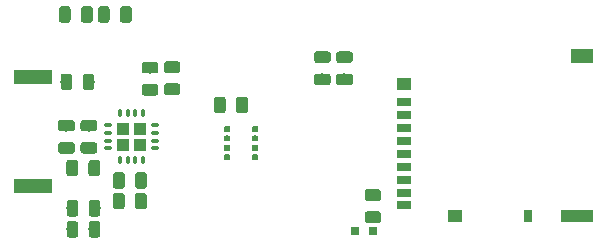
<source format=gbr>
G04 #@! TF.GenerationSoftware,KiCad,Pcbnew,(5.1.4)-1*
G04 #@! TF.CreationDate,2019-12-20T11:27:30-05:00*
G04 #@! TF.ProjectId,Feather-weather-station,46656174-6865-4722-9d77-656174686572,rev?*
G04 #@! TF.SameCoordinates,Original*
G04 #@! TF.FileFunction,Paste,Top*
G04 #@! TF.FilePolarity,Positive*
%FSLAX46Y46*%
G04 Gerber Fmt 4.6, Leading zero omitted, Abs format (unit mm)*
G04 Created by KiCad (PCBNEW (5.1.4)-1) date 2019-12-20 11:27:30*
%MOMM*%
%LPD*%
G04 APERTURE LIST*
%ADD10C,0.100000*%
%ADD11C,0.500000*%
%ADD12R,0.800000X0.800000*%
%ADD13R,1.200000X0.700000*%
%ADD14R,1.200000X1.000000*%
%ADD15R,0.800000X1.000000*%
%ADD16R,2.800000X1.000000*%
%ADD17R,1.900000X1.300000*%
%ADD18O,0.800000X0.350000*%
%ADD19O,0.350000X0.800000*%
%ADD20R,1.130000X1.130000*%
%ADD21C,0.975000*%
%ADD22R,3.200000X1.300000*%
G04 APERTURE END LIST*
D10*
G36*
X141189652Y-61644202D02*
G01*
X141201786Y-61646002D01*
X141213686Y-61648982D01*
X141225235Y-61653115D01*
X141236325Y-61658360D01*
X141246846Y-61664666D01*
X141256699Y-61671974D01*
X141265788Y-61680212D01*
X141274026Y-61689301D01*
X141281334Y-61699154D01*
X141287640Y-61709675D01*
X141292885Y-61720765D01*
X141297018Y-61732314D01*
X141299998Y-61744214D01*
X141301798Y-61756348D01*
X141302400Y-61768600D01*
X141302400Y-62018600D01*
X141301798Y-62030852D01*
X141299998Y-62042986D01*
X141297018Y-62054886D01*
X141292885Y-62066435D01*
X141287640Y-62077525D01*
X141281334Y-62088046D01*
X141274026Y-62097899D01*
X141265788Y-62106988D01*
X141256699Y-62115226D01*
X141246846Y-62122534D01*
X141236325Y-62128840D01*
X141225235Y-62134085D01*
X141213686Y-62138218D01*
X141201786Y-62141198D01*
X141189652Y-62142998D01*
X141177400Y-62143600D01*
X140902400Y-62143600D01*
X140890148Y-62142998D01*
X140878014Y-62141198D01*
X140866114Y-62138218D01*
X140854565Y-62134085D01*
X140843475Y-62128840D01*
X140832954Y-62122534D01*
X140823101Y-62115226D01*
X140814012Y-62106988D01*
X140805774Y-62097899D01*
X140798466Y-62088046D01*
X140792160Y-62077525D01*
X140786915Y-62066435D01*
X140782782Y-62054886D01*
X140779802Y-62042986D01*
X140778002Y-62030852D01*
X140777400Y-62018600D01*
X140777400Y-61768600D01*
X140778002Y-61756348D01*
X140779802Y-61744214D01*
X140782782Y-61732314D01*
X140786915Y-61720765D01*
X140792160Y-61709675D01*
X140798466Y-61699154D01*
X140805774Y-61689301D01*
X140814012Y-61680212D01*
X140823101Y-61671974D01*
X140832954Y-61664666D01*
X140843475Y-61658360D01*
X140854565Y-61653115D01*
X140866114Y-61648982D01*
X140878014Y-61646002D01*
X140890148Y-61644202D01*
X140902400Y-61643600D01*
X141177400Y-61643600D01*
X141189652Y-61644202D01*
X141189652Y-61644202D01*
G37*
D11*
X141039900Y-61893600D03*
D10*
G36*
X141189652Y-62444202D02*
G01*
X141201786Y-62446002D01*
X141213686Y-62448982D01*
X141225235Y-62453115D01*
X141236325Y-62458360D01*
X141246846Y-62464666D01*
X141256699Y-62471974D01*
X141265788Y-62480212D01*
X141274026Y-62489301D01*
X141281334Y-62499154D01*
X141287640Y-62509675D01*
X141292885Y-62520765D01*
X141297018Y-62532314D01*
X141299998Y-62544214D01*
X141301798Y-62556348D01*
X141302400Y-62568600D01*
X141302400Y-62818600D01*
X141301798Y-62830852D01*
X141299998Y-62842986D01*
X141297018Y-62854886D01*
X141292885Y-62866435D01*
X141287640Y-62877525D01*
X141281334Y-62888046D01*
X141274026Y-62897899D01*
X141265788Y-62906988D01*
X141256699Y-62915226D01*
X141246846Y-62922534D01*
X141236325Y-62928840D01*
X141225235Y-62934085D01*
X141213686Y-62938218D01*
X141201786Y-62941198D01*
X141189652Y-62942998D01*
X141177400Y-62943600D01*
X140902400Y-62943600D01*
X140890148Y-62942998D01*
X140878014Y-62941198D01*
X140866114Y-62938218D01*
X140854565Y-62934085D01*
X140843475Y-62928840D01*
X140832954Y-62922534D01*
X140823101Y-62915226D01*
X140814012Y-62906988D01*
X140805774Y-62897899D01*
X140798466Y-62888046D01*
X140792160Y-62877525D01*
X140786915Y-62866435D01*
X140782782Y-62854886D01*
X140779802Y-62842986D01*
X140778002Y-62830852D01*
X140777400Y-62818600D01*
X140777400Y-62568600D01*
X140778002Y-62556348D01*
X140779802Y-62544214D01*
X140782782Y-62532314D01*
X140786915Y-62520765D01*
X140792160Y-62509675D01*
X140798466Y-62499154D01*
X140805774Y-62489301D01*
X140814012Y-62480212D01*
X140823101Y-62471974D01*
X140832954Y-62464666D01*
X140843475Y-62458360D01*
X140854565Y-62453115D01*
X140866114Y-62448982D01*
X140878014Y-62446002D01*
X140890148Y-62444202D01*
X140902400Y-62443600D01*
X141177400Y-62443600D01*
X141189652Y-62444202D01*
X141189652Y-62444202D01*
G37*
D11*
X141039900Y-62693600D03*
D10*
G36*
X141189652Y-63244202D02*
G01*
X141201786Y-63246002D01*
X141213686Y-63248982D01*
X141225235Y-63253115D01*
X141236325Y-63258360D01*
X141246846Y-63264666D01*
X141256699Y-63271974D01*
X141265788Y-63280212D01*
X141274026Y-63289301D01*
X141281334Y-63299154D01*
X141287640Y-63309675D01*
X141292885Y-63320765D01*
X141297018Y-63332314D01*
X141299998Y-63344214D01*
X141301798Y-63356348D01*
X141302400Y-63368600D01*
X141302400Y-63618600D01*
X141301798Y-63630852D01*
X141299998Y-63642986D01*
X141297018Y-63654886D01*
X141292885Y-63666435D01*
X141287640Y-63677525D01*
X141281334Y-63688046D01*
X141274026Y-63697899D01*
X141265788Y-63706988D01*
X141256699Y-63715226D01*
X141246846Y-63722534D01*
X141236325Y-63728840D01*
X141225235Y-63734085D01*
X141213686Y-63738218D01*
X141201786Y-63741198D01*
X141189652Y-63742998D01*
X141177400Y-63743600D01*
X140902400Y-63743600D01*
X140890148Y-63742998D01*
X140878014Y-63741198D01*
X140866114Y-63738218D01*
X140854565Y-63734085D01*
X140843475Y-63728840D01*
X140832954Y-63722534D01*
X140823101Y-63715226D01*
X140814012Y-63706988D01*
X140805774Y-63697899D01*
X140798466Y-63688046D01*
X140792160Y-63677525D01*
X140786915Y-63666435D01*
X140782782Y-63654886D01*
X140779802Y-63642986D01*
X140778002Y-63630852D01*
X140777400Y-63618600D01*
X140777400Y-63368600D01*
X140778002Y-63356348D01*
X140779802Y-63344214D01*
X140782782Y-63332314D01*
X140786915Y-63320765D01*
X140792160Y-63309675D01*
X140798466Y-63299154D01*
X140805774Y-63289301D01*
X140814012Y-63280212D01*
X140823101Y-63271974D01*
X140832954Y-63264666D01*
X140843475Y-63258360D01*
X140854565Y-63253115D01*
X140866114Y-63248982D01*
X140878014Y-63246002D01*
X140890148Y-63244202D01*
X140902400Y-63243600D01*
X141177400Y-63243600D01*
X141189652Y-63244202D01*
X141189652Y-63244202D01*
G37*
D11*
X141039900Y-63493600D03*
D10*
G36*
X141189652Y-64044202D02*
G01*
X141201786Y-64046002D01*
X141213686Y-64048982D01*
X141225235Y-64053115D01*
X141236325Y-64058360D01*
X141246846Y-64064666D01*
X141256699Y-64071974D01*
X141265788Y-64080212D01*
X141274026Y-64089301D01*
X141281334Y-64099154D01*
X141287640Y-64109675D01*
X141292885Y-64120765D01*
X141297018Y-64132314D01*
X141299998Y-64144214D01*
X141301798Y-64156348D01*
X141302400Y-64168600D01*
X141302400Y-64418600D01*
X141301798Y-64430852D01*
X141299998Y-64442986D01*
X141297018Y-64454886D01*
X141292885Y-64466435D01*
X141287640Y-64477525D01*
X141281334Y-64488046D01*
X141274026Y-64497899D01*
X141265788Y-64506988D01*
X141256699Y-64515226D01*
X141246846Y-64522534D01*
X141236325Y-64528840D01*
X141225235Y-64534085D01*
X141213686Y-64538218D01*
X141201786Y-64541198D01*
X141189652Y-64542998D01*
X141177400Y-64543600D01*
X140902400Y-64543600D01*
X140890148Y-64542998D01*
X140878014Y-64541198D01*
X140866114Y-64538218D01*
X140854565Y-64534085D01*
X140843475Y-64528840D01*
X140832954Y-64522534D01*
X140823101Y-64515226D01*
X140814012Y-64506988D01*
X140805774Y-64497899D01*
X140798466Y-64488046D01*
X140792160Y-64477525D01*
X140786915Y-64466435D01*
X140782782Y-64454886D01*
X140779802Y-64442986D01*
X140778002Y-64430852D01*
X140777400Y-64418600D01*
X140777400Y-64168600D01*
X140778002Y-64156348D01*
X140779802Y-64144214D01*
X140782782Y-64132314D01*
X140786915Y-64120765D01*
X140792160Y-64109675D01*
X140798466Y-64099154D01*
X140805774Y-64089301D01*
X140814012Y-64080212D01*
X140823101Y-64071974D01*
X140832954Y-64064666D01*
X140843475Y-64058360D01*
X140854565Y-64053115D01*
X140866114Y-64048982D01*
X140878014Y-64046002D01*
X140890148Y-64044202D01*
X140902400Y-64043600D01*
X141177400Y-64043600D01*
X141189652Y-64044202D01*
X141189652Y-64044202D01*
G37*
D11*
X141039900Y-64293600D03*
D10*
G36*
X138814652Y-64044202D02*
G01*
X138826786Y-64046002D01*
X138838686Y-64048982D01*
X138850235Y-64053115D01*
X138861325Y-64058360D01*
X138871846Y-64064666D01*
X138881699Y-64071974D01*
X138890788Y-64080212D01*
X138899026Y-64089301D01*
X138906334Y-64099154D01*
X138912640Y-64109675D01*
X138917885Y-64120765D01*
X138922018Y-64132314D01*
X138924998Y-64144214D01*
X138926798Y-64156348D01*
X138927400Y-64168600D01*
X138927400Y-64418600D01*
X138926798Y-64430852D01*
X138924998Y-64442986D01*
X138922018Y-64454886D01*
X138917885Y-64466435D01*
X138912640Y-64477525D01*
X138906334Y-64488046D01*
X138899026Y-64497899D01*
X138890788Y-64506988D01*
X138881699Y-64515226D01*
X138871846Y-64522534D01*
X138861325Y-64528840D01*
X138850235Y-64534085D01*
X138838686Y-64538218D01*
X138826786Y-64541198D01*
X138814652Y-64542998D01*
X138802400Y-64543600D01*
X138527400Y-64543600D01*
X138515148Y-64542998D01*
X138503014Y-64541198D01*
X138491114Y-64538218D01*
X138479565Y-64534085D01*
X138468475Y-64528840D01*
X138457954Y-64522534D01*
X138448101Y-64515226D01*
X138439012Y-64506988D01*
X138430774Y-64497899D01*
X138423466Y-64488046D01*
X138417160Y-64477525D01*
X138411915Y-64466435D01*
X138407782Y-64454886D01*
X138404802Y-64442986D01*
X138403002Y-64430852D01*
X138402400Y-64418600D01*
X138402400Y-64168600D01*
X138403002Y-64156348D01*
X138404802Y-64144214D01*
X138407782Y-64132314D01*
X138411915Y-64120765D01*
X138417160Y-64109675D01*
X138423466Y-64099154D01*
X138430774Y-64089301D01*
X138439012Y-64080212D01*
X138448101Y-64071974D01*
X138457954Y-64064666D01*
X138468475Y-64058360D01*
X138479565Y-64053115D01*
X138491114Y-64048982D01*
X138503014Y-64046002D01*
X138515148Y-64044202D01*
X138527400Y-64043600D01*
X138802400Y-64043600D01*
X138814652Y-64044202D01*
X138814652Y-64044202D01*
G37*
D11*
X138664900Y-64293600D03*
D10*
G36*
X138814652Y-63244202D02*
G01*
X138826786Y-63246002D01*
X138838686Y-63248982D01*
X138850235Y-63253115D01*
X138861325Y-63258360D01*
X138871846Y-63264666D01*
X138881699Y-63271974D01*
X138890788Y-63280212D01*
X138899026Y-63289301D01*
X138906334Y-63299154D01*
X138912640Y-63309675D01*
X138917885Y-63320765D01*
X138922018Y-63332314D01*
X138924998Y-63344214D01*
X138926798Y-63356348D01*
X138927400Y-63368600D01*
X138927400Y-63618600D01*
X138926798Y-63630852D01*
X138924998Y-63642986D01*
X138922018Y-63654886D01*
X138917885Y-63666435D01*
X138912640Y-63677525D01*
X138906334Y-63688046D01*
X138899026Y-63697899D01*
X138890788Y-63706988D01*
X138881699Y-63715226D01*
X138871846Y-63722534D01*
X138861325Y-63728840D01*
X138850235Y-63734085D01*
X138838686Y-63738218D01*
X138826786Y-63741198D01*
X138814652Y-63742998D01*
X138802400Y-63743600D01*
X138527400Y-63743600D01*
X138515148Y-63742998D01*
X138503014Y-63741198D01*
X138491114Y-63738218D01*
X138479565Y-63734085D01*
X138468475Y-63728840D01*
X138457954Y-63722534D01*
X138448101Y-63715226D01*
X138439012Y-63706988D01*
X138430774Y-63697899D01*
X138423466Y-63688046D01*
X138417160Y-63677525D01*
X138411915Y-63666435D01*
X138407782Y-63654886D01*
X138404802Y-63642986D01*
X138403002Y-63630852D01*
X138402400Y-63618600D01*
X138402400Y-63368600D01*
X138403002Y-63356348D01*
X138404802Y-63344214D01*
X138407782Y-63332314D01*
X138411915Y-63320765D01*
X138417160Y-63309675D01*
X138423466Y-63299154D01*
X138430774Y-63289301D01*
X138439012Y-63280212D01*
X138448101Y-63271974D01*
X138457954Y-63264666D01*
X138468475Y-63258360D01*
X138479565Y-63253115D01*
X138491114Y-63248982D01*
X138503014Y-63246002D01*
X138515148Y-63244202D01*
X138527400Y-63243600D01*
X138802400Y-63243600D01*
X138814652Y-63244202D01*
X138814652Y-63244202D01*
G37*
D11*
X138664900Y-63493600D03*
D10*
G36*
X138814652Y-62444202D02*
G01*
X138826786Y-62446002D01*
X138838686Y-62448982D01*
X138850235Y-62453115D01*
X138861325Y-62458360D01*
X138871846Y-62464666D01*
X138881699Y-62471974D01*
X138890788Y-62480212D01*
X138899026Y-62489301D01*
X138906334Y-62499154D01*
X138912640Y-62509675D01*
X138917885Y-62520765D01*
X138922018Y-62532314D01*
X138924998Y-62544214D01*
X138926798Y-62556348D01*
X138927400Y-62568600D01*
X138927400Y-62818600D01*
X138926798Y-62830852D01*
X138924998Y-62842986D01*
X138922018Y-62854886D01*
X138917885Y-62866435D01*
X138912640Y-62877525D01*
X138906334Y-62888046D01*
X138899026Y-62897899D01*
X138890788Y-62906988D01*
X138881699Y-62915226D01*
X138871846Y-62922534D01*
X138861325Y-62928840D01*
X138850235Y-62934085D01*
X138838686Y-62938218D01*
X138826786Y-62941198D01*
X138814652Y-62942998D01*
X138802400Y-62943600D01*
X138527400Y-62943600D01*
X138515148Y-62942998D01*
X138503014Y-62941198D01*
X138491114Y-62938218D01*
X138479565Y-62934085D01*
X138468475Y-62928840D01*
X138457954Y-62922534D01*
X138448101Y-62915226D01*
X138439012Y-62906988D01*
X138430774Y-62897899D01*
X138423466Y-62888046D01*
X138417160Y-62877525D01*
X138411915Y-62866435D01*
X138407782Y-62854886D01*
X138404802Y-62842986D01*
X138403002Y-62830852D01*
X138402400Y-62818600D01*
X138402400Y-62568600D01*
X138403002Y-62556348D01*
X138404802Y-62544214D01*
X138407782Y-62532314D01*
X138411915Y-62520765D01*
X138417160Y-62509675D01*
X138423466Y-62499154D01*
X138430774Y-62489301D01*
X138439012Y-62480212D01*
X138448101Y-62471974D01*
X138457954Y-62464666D01*
X138468475Y-62458360D01*
X138479565Y-62453115D01*
X138491114Y-62448982D01*
X138503014Y-62446002D01*
X138515148Y-62444202D01*
X138527400Y-62443600D01*
X138802400Y-62443600D01*
X138814652Y-62444202D01*
X138814652Y-62444202D01*
G37*
D11*
X138664900Y-62693600D03*
D10*
G36*
X138814652Y-61644202D02*
G01*
X138826786Y-61646002D01*
X138838686Y-61648982D01*
X138850235Y-61653115D01*
X138861325Y-61658360D01*
X138871846Y-61664666D01*
X138881699Y-61671974D01*
X138890788Y-61680212D01*
X138899026Y-61689301D01*
X138906334Y-61699154D01*
X138912640Y-61709675D01*
X138917885Y-61720765D01*
X138922018Y-61732314D01*
X138924998Y-61744214D01*
X138926798Y-61756348D01*
X138927400Y-61768600D01*
X138927400Y-62018600D01*
X138926798Y-62030852D01*
X138924998Y-62042986D01*
X138922018Y-62054886D01*
X138917885Y-62066435D01*
X138912640Y-62077525D01*
X138906334Y-62088046D01*
X138899026Y-62097899D01*
X138890788Y-62106988D01*
X138881699Y-62115226D01*
X138871846Y-62122534D01*
X138861325Y-62128840D01*
X138850235Y-62134085D01*
X138838686Y-62138218D01*
X138826786Y-62141198D01*
X138814652Y-62142998D01*
X138802400Y-62143600D01*
X138527400Y-62143600D01*
X138515148Y-62142998D01*
X138503014Y-62141198D01*
X138491114Y-62138218D01*
X138479565Y-62134085D01*
X138468475Y-62128840D01*
X138457954Y-62122534D01*
X138448101Y-62115226D01*
X138439012Y-62106988D01*
X138430774Y-62097899D01*
X138423466Y-62088046D01*
X138417160Y-62077525D01*
X138411915Y-62066435D01*
X138407782Y-62054886D01*
X138404802Y-62042986D01*
X138403002Y-62030852D01*
X138402400Y-62018600D01*
X138402400Y-61768600D01*
X138403002Y-61756348D01*
X138404802Y-61744214D01*
X138407782Y-61732314D01*
X138411915Y-61720765D01*
X138417160Y-61709675D01*
X138423466Y-61699154D01*
X138430774Y-61689301D01*
X138439012Y-61680212D01*
X138448101Y-61671974D01*
X138457954Y-61664666D01*
X138468475Y-61658360D01*
X138479565Y-61653115D01*
X138491114Y-61648982D01*
X138503014Y-61646002D01*
X138515148Y-61644202D01*
X138527400Y-61643600D01*
X138802400Y-61643600D01*
X138814652Y-61644202D01*
X138814652Y-61644202D01*
G37*
D11*
X138664900Y-61893600D03*
D12*
X149503700Y-70548500D03*
X151003700Y-70548500D03*
D13*
X153641200Y-68295500D03*
X153641200Y-67345500D03*
X153641200Y-59645500D03*
X153641200Y-60745500D03*
X153641200Y-61845500D03*
X153641200Y-62945500D03*
X153641200Y-64045500D03*
X153641200Y-65145500D03*
X153641200Y-66245500D03*
D14*
X153641200Y-58095500D03*
X157941200Y-69245500D03*
D15*
X164141200Y-69245500D03*
D16*
X168291200Y-69245500D03*
D17*
X168741200Y-55745500D03*
D18*
X128568700Y-61572500D03*
X128568700Y-62222500D03*
X128568700Y-62872500D03*
X128568700Y-63522500D03*
D19*
X129593700Y-64547500D03*
X130243700Y-64547500D03*
X130893700Y-64547500D03*
X131543700Y-64547500D03*
D18*
X132568700Y-63522500D03*
X132568700Y-62872500D03*
X132568700Y-62222500D03*
X132568700Y-61572500D03*
D19*
X131543700Y-60547500D03*
X130893700Y-60547500D03*
X130243700Y-60547500D03*
X129593700Y-60547500D03*
D20*
X131268700Y-63247500D03*
X131268700Y-61847500D03*
X129868700Y-61847500D03*
X129868700Y-63247500D03*
D10*
G36*
X127429342Y-61123674D02*
G01*
X127453003Y-61127184D01*
X127476207Y-61132996D01*
X127498729Y-61141054D01*
X127520353Y-61151282D01*
X127540870Y-61163579D01*
X127560083Y-61177829D01*
X127577807Y-61193893D01*
X127593871Y-61211617D01*
X127608121Y-61230830D01*
X127620418Y-61251347D01*
X127630646Y-61272971D01*
X127638704Y-61295493D01*
X127644516Y-61318697D01*
X127648026Y-61342358D01*
X127649200Y-61366250D01*
X127649200Y-61853750D01*
X127648026Y-61877642D01*
X127644516Y-61901303D01*
X127638704Y-61924507D01*
X127630646Y-61947029D01*
X127620418Y-61968653D01*
X127608121Y-61989170D01*
X127593871Y-62008383D01*
X127577807Y-62026107D01*
X127560083Y-62042171D01*
X127540870Y-62056421D01*
X127520353Y-62068718D01*
X127498729Y-62078946D01*
X127476207Y-62087004D01*
X127453003Y-62092816D01*
X127429342Y-62096326D01*
X127405450Y-62097500D01*
X126492950Y-62097500D01*
X126469058Y-62096326D01*
X126445397Y-62092816D01*
X126422193Y-62087004D01*
X126399671Y-62078946D01*
X126378047Y-62068718D01*
X126357530Y-62056421D01*
X126338317Y-62042171D01*
X126320593Y-62026107D01*
X126304529Y-62008383D01*
X126290279Y-61989170D01*
X126277982Y-61968653D01*
X126267754Y-61947029D01*
X126259696Y-61924507D01*
X126253884Y-61901303D01*
X126250374Y-61877642D01*
X126249200Y-61853750D01*
X126249200Y-61366250D01*
X126250374Y-61342358D01*
X126253884Y-61318697D01*
X126259696Y-61295493D01*
X126267754Y-61272971D01*
X126277982Y-61251347D01*
X126290279Y-61230830D01*
X126304529Y-61211617D01*
X126320593Y-61193893D01*
X126338317Y-61177829D01*
X126357530Y-61163579D01*
X126378047Y-61151282D01*
X126399671Y-61141054D01*
X126422193Y-61132996D01*
X126445397Y-61127184D01*
X126469058Y-61123674D01*
X126492950Y-61122500D01*
X127405450Y-61122500D01*
X127429342Y-61123674D01*
X127429342Y-61123674D01*
G37*
D21*
X126949200Y-61610000D03*
D10*
G36*
X127429342Y-62998674D02*
G01*
X127453003Y-63002184D01*
X127476207Y-63007996D01*
X127498729Y-63016054D01*
X127520353Y-63026282D01*
X127540870Y-63038579D01*
X127560083Y-63052829D01*
X127577807Y-63068893D01*
X127593871Y-63086617D01*
X127608121Y-63105830D01*
X127620418Y-63126347D01*
X127630646Y-63147971D01*
X127638704Y-63170493D01*
X127644516Y-63193697D01*
X127648026Y-63217358D01*
X127649200Y-63241250D01*
X127649200Y-63728750D01*
X127648026Y-63752642D01*
X127644516Y-63776303D01*
X127638704Y-63799507D01*
X127630646Y-63822029D01*
X127620418Y-63843653D01*
X127608121Y-63864170D01*
X127593871Y-63883383D01*
X127577807Y-63901107D01*
X127560083Y-63917171D01*
X127540870Y-63931421D01*
X127520353Y-63943718D01*
X127498729Y-63953946D01*
X127476207Y-63962004D01*
X127453003Y-63967816D01*
X127429342Y-63971326D01*
X127405450Y-63972500D01*
X126492950Y-63972500D01*
X126469058Y-63971326D01*
X126445397Y-63967816D01*
X126422193Y-63962004D01*
X126399671Y-63953946D01*
X126378047Y-63943718D01*
X126357530Y-63931421D01*
X126338317Y-63917171D01*
X126320593Y-63901107D01*
X126304529Y-63883383D01*
X126290279Y-63864170D01*
X126277982Y-63843653D01*
X126267754Y-63822029D01*
X126259696Y-63799507D01*
X126253884Y-63776303D01*
X126250374Y-63752642D01*
X126249200Y-63728750D01*
X126249200Y-63241250D01*
X126250374Y-63217358D01*
X126253884Y-63193697D01*
X126259696Y-63170493D01*
X126267754Y-63147971D01*
X126277982Y-63126347D01*
X126290279Y-63105830D01*
X126304529Y-63086617D01*
X126320593Y-63068893D01*
X126338317Y-63052829D01*
X126357530Y-63038579D01*
X126378047Y-63026282D01*
X126399671Y-63016054D01*
X126422193Y-63007996D01*
X126445397Y-63002184D01*
X126469058Y-62998674D01*
X126492950Y-62997500D01*
X127405450Y-62997500D01*
X127429342Y-62998674D01*
X127429342Y-62998674D01*
G37*
D21*
X126949200Y-63485000D03*
D10*
G36*
X129771842Y-65557074D02*
G01*
X129795503Y-65560584D01*
X129818707Y-65566396D01*
X129841229Y-65574454D01*
X129862853Y-65584682D01*
X129883370Y-65596979D01*
X129902583Y-65611229D01*
X129920307Y-65627293D01*
X129936371Y-65645017D01*
X129950621Y-65664230D01*
X129962918Y-65684747D01*
X129973146Y-65706371D01*
X129981204Y-65728893D01*
X129987016Y-65752097D01*
X129990526Y-65775758D01*
X129991700Y-65799650D01*
X129991700Y-66712150D01*
X129990526Y-66736042D01*
X129987016Y-66759703D01*
X129981204Y-66782907D01*
X129973146Y-66805429D01*
X129962918Y-66827053D01*
X129950621Y-66847570D01*
X129936371Y-66866783D01*
X129920307Y-66884507D01*
X129902583Y-66900571D01*
X129883370Y-66914821D01*
X129862853Y-66927118D01*
X129841229Y-66937346D01*
X129818707Y-66945404D01*
X129795503Y-66951216D01*
X129771842Y-66954726D01*
X129747950Y-66955900D01*
X129260450Y-66955900D01*
X129236558Y-66954726D01*
X129212897Y-66951216D01*
X129189693Y-66945404D01*
X129167171Y-66937346D01*
X129145547Y-66927118D01*
X129125030Y-66914821D01*
X129105817Y-66900571D01*
X129088093Y-66884507D01*
X129072029Y-66866783D01*
X129057779Y-66847570D01*
X129045482Y-66827053D01*
X129035254Y-66805429D01*
X129027196Y-66782907D01*
X129021384Y-66759703D01*
X129017874Y-66736042D01*
X129016700Y-66712150D01*
X129016700Y-65799650D01*
X129017874Y-65775758D01*
X129021384Y-65752097D01*
X129027196Y-65728893D01*
X129035254Y-65706371D01*
X129045482Y-65684747D01*
X129057779Y-65664230D01*
X129072029Y-65645017D01*
X129088093Y-65627293D01*
X129105817Y-65611229D01*
X129125030Y-65596979D01*
X129145547Y-65584682D01*
X129167171Y-65574454D01*
X129189693Y-65566396D01*
X129212897Y-65560584D01*
X129236558Y-65557074D01*
X129260450Y-65555900D01*
X129747950Y-65555900D01*
X129771842Y-65557074D01*
X129771842Y-65557074D01*
G37*
D21*
X129504200Y-66255900D03*
D10*
G36*
X131646842Y-65557074D02*
G01*
X131670503Y-65560584D01*
X131693707Y-65566396D01*
X131716229Y-65574454D01*
X131737853Y-65584682D01*
X131758370Y-65596979D01*
X131777583Y-65611229D01*
X131795307Y-65627293D01*
X131811371Y-65645017D01*
X131825621Y-65664230D01*
X131837918Y-65684747D01*
X131848146Y-65706371D01*
X131856204Y-65728893D01*
X131862016Y-65752097D01*
X131865526Y-65775758D01*
X131866700Y-65799650D01*
X131866700Y-66712150D01*
X131865526Y-66736042D01*
X131862016Y-66759703D01*
X131856204Y-66782907D01*
X131848146Y-66805429D01*
X131837918Y-66827053D01*
X131825621Y-66847570D01*
X131811371Y-66866783D01*
X131795307Y-66884507D01*
X131777583Y-66900571D01*
X131758370Y-66914821D01*
X131737853Y-66927118D01*
X131716229Y-66937346D01*
X131693707Y-66945404D01*
X131670503Y-66951216D01*
X131646842Y-66954726D01*
X131622950Y-66955900D01*
X131135450Y-66955900D01*
X131111558Y-66954726D01*
X131087897Y-66951216D01*
X131064693Y-66945404D01*
X131042171Y-66937346D01*
X131020547Y-66927118D01*
X131000030Y-66914821D01*
X130980817Y-66900571D01*
X130963093Y-66884507D01*
X130947029Y-66866783D01*
X130932779Y-66847570D01*
X130920482Y-66827053D01*
X130910254Y-66805429D01*
X130902196Y-66782907D01*
X130896384Y-66759703D01*
X130892874Y-66736042D01*
X130891700Y-66712150D01*
X130891700Y-65799650D01*
X130892874Y-65775758D01*
X130896384Y-65752097D01*
X130902196Y-65728893D01*
X130910254Y-65706371D01*
X130920482Y-65684747D01*
X130932779Y-65664230D01*
X130947029Y-65645017D01*
X130963093Y-65627293D01*
X130980817Y-65611229D01*
X131000030Y-65596979D01*
X131020547Y-65584682D01*
X131042171Y-65574454D01*
X131064693Y-65566396D01*
X131087897Y-65560584D01*
X131111558Y-65557074D01*
X131135450Y-65555900D01*
X131622950Y-65555900D01*
X131646842Y-65557074D01*
X131646842Y-65557074D01*
G37*
D21*
X131379200Y-66255900D03*
D10*
G36*
X140193942Y-59143574D02*
G01*
X140217603Y-59147084D01*
X140240807Y-59152896D01*
X140263329Y-59160954D01*
X140284953Y-59171182D01*
X140305470Y-59183479D01*
X140324683Y-59197729D01*
X140342407Y-59213793D01*
X140358471Y-59231517D01*
X140372721Y-59250730D01*
X140385018Y-59271247D01*
X140395246Y-59292871D01*
X140403304Y-59315393D01*
X140409116Y-59338597D01*
X140412626Y-59362258D01*
X140413800Y-59386150D01*
X140413800Y-60298650D01*
X140412626Y-60322542D01*
X140409116Y-60346203D01*
X140403304Y-60369407D01*
X140395246Y-60391929D01*
X140385018Y-60413553D01*
X140372721Y-60434070D01*
X140358471Y-60453283D01*
X140342407Y-60471007D01*
X140324683Y-60487071D01*
X140305470Y-60501321D01*
X140284953Y-60513618D01*
X140263329Y-60523846D01*
X140240807Y-60531904D01*
X140217603Y-60537716D01*
X140193942Y-60541226D01*
X140170050Y-60542400D01*
X139682550Y-60542400D01*
X139658658Y-60541226D01*
X139634997Y-60537716D01*
X139611793Y-60531904D01*
X139589271Y-60523846D01*
X139567647Y-60513618D01*
X139547130Y-60501321D01*
X139527917Y-60487071D01*
X139510193Y-60471007D01*
X139494129Y-60453283D01*
X139479879Y-60434070D01*
X139467582Y-60413553D01*
X139457354Y-60391929D01*
X139449296Y-60369407D01*
X139443484Y-60346203D01*
X139439974Y-60322542D01*
X139438800Y-60298650D01*
X139438800Y-59386150D01*
X139439974Y-59362258D01*
X139443484Y-59338597D01*
X139449296Y-59315393D01*
X139457354Y-59292871D01*
X139467582Y-59271247D01*
X139479879Y-59250730D01*
X139494129Y-59231517D01*
X139510193Y-59213793D01*
X139527917Y-59197729D01*
X139547130Y-59183479D01*
X139567647Y-59171182D01*
X139589271Y-59160954D01*
X139611793Y-59152896D01*
X139634997Y-59147084D01*
X139658658Y-59143574D01*
X139682550Y-59142400D01*
X140170050Y-59142400D01*
X140193942Y-59143574D01*
X140193942Y-59143574D01*
G37*
D21*
X139926300Y-59842400D03*
D10*
G36*
X138318942Y-59143574D02*
G01*
X138342603Y-59147084D01*
X138365807Y-59152896D01*
X138388329Y-59160954D01*
X138409953Y-59171182D01*
X138430470Y-59183479D01*
X138449683Y-59197729D01*
X138467407Y-59213793D01*
X138483471Y-59231517D01*
X138497721Y-59250730D01*
X138510018Y-59271247D01*
X138520246Y-59292871D01*
X138528304Y-59315393D01*
X138534116Y-59338597D01*
X138537626Y-59362258D01*
X138538800Y-59386150D01*
X138538800Y-60298650D01*
X138537626Y-60322542D01*
X138534116Y-60346203D01*
X138528304Y-60369407D01*
X138520246Y-60391929D01*
X138510018Y-60413553D01*
X138497721Y-60434070D01*
X138483471Y-60453283D01*
X138467407Y-60471007D01*
X138449683Y-60487071D01*
X138430470Y-60501321D01*
X138409953Y-60513618D01*
X138388329Y-60523846D01*
X138365807Y-60531904D01*
X138342603Y-60537716D01*
X138318942Y-60541226D01*
X138295050Y-60542400D01*
X137807550Y-60542400D01*
X137783658Y-60541226D01*
X137759997Y-60537716D01*
X137736793Y-60531904D01*
X137714271Y-60523846D01*
X137692647Y-60513618D01*
X137672130Y-60501321D01*
X137652917Y-60487071D01*
X137635193Y-60471007D01*
X137619129Y-60453283D01*
X137604879Y-60434070D01*
X137592582Y-60413553D01*
X137582354Y-60391929D01*
X137574296Y-60369407D01*
X137568484Y-60346203D01*
X137564974Y-60322542D01*
X137563800Y-60298650D01*
X137563800Y-59386150D01*
X137564974Y-59362258D01*
X137568484Y-59338597D01*
X137574296Y-59315393D01*
X137582354Y-59292871D01*
X137592582Y-59271247D01*
X137604879Y-59250730D01*
X137619129Y-59231517D01*
X137635193Y-59213793D01*
X137652917Y-59197729D01*
X137672130Y-59183479D01*
X137692647Y-59171182D01*
X137714271Y-59160954D01*
X137736793Y-59152896D01*
X137759997Y-59147084D01*
X137783658Y-59143574D01*
X137807550Y-59142400D01*
X138295050Y-59142400D01*
X138318942Y-59143574D01*
X138318942Y-59143574D01*
G37*
D21*
X138051300Y-59842400D03*
D10*
G36*
X128489142Y-51498174D02*
G01*
X128512803Y-51501684D01*
X128536007Y-51507496D01*
X128558529Y-51515554D01*
X128580153Y-51525782D01*
X128600670Y-51538079D01*
X128619883Y-51552329D01*
X128637607Y-51568393D01*
X128653671Y-51586117D01*
X128667921Y-51605330D01*
X128680218Y-51625847D01*
X128690446Y-51647471D01*
X128698504Y-51669993D01*
X128704316Y-51693197D01*
X128707826Y-51716858D01*
X128709000Y-51740750D01*
X128709000Y-52653250D01*
X128707826Y-52677142D01*
X128704316Y-52700803D01*
X128698504Y-52724007D01*
X128690446Y-52746529D01*
X128680218Y-52768153D01*
X128667921Y-52788670D01*
X128653671Y-52807883D01*
X128637607Y-52825607D01*
X128619883Y-52841671D01*
X128600670Y-52855921D01*
X128580153Y-52868218D01*
X128558529Y-52878446D01*
X128536007Y-52886504D01*
X128512803Y-52892316D01*
X128489142Y-52895826D01*
X128465250Y-52897000D01*
X127977750Y-52897000D01*
X127953858Y-52895826D01*
X127930197Y-52892316D01*
X127906993Y-52886504D01*
X127884471Y-52878446D01*
X127862847Y-52868218D01*
X127842330Y-52855921D01*
X127823117Y-52841671D01*
X127805393Y-52825607D01*
X127789329Y-52807883D01*
X127775079Y-52788670D01*
X127762782Y-52768153D01*
X127752554Y-52746529D01*
X127744496Y-52724007D01*
X127738684Y-52700803D01*
X127735174Y-52677142D01*
X127734000Y-52653250D01*
X127734000Y-51740750D01*
X127735174Y-51716858D01*
X127738684Y-51693197D01*
X127744496Y-51669993D01*
X127752554Y-51647471D01*
X127762782Y-51625847D01*
X127775079Y-51605330D01*
X127789329Y-51586117D01*
X127805393Y-51568393D01*
X127823117Y-51552329D01*
X127842330Y-51538079D01*
X127862847Y-51525782D01*
X127884471Y-51515554D01*
X127906993Y-51507496D01*
X127930197Y-51501684D01*
X127953858Y-51498174D01*
X127977750Y-51497000D01*
X128465250Y-51497000D01*
X128489142Y-51498174D01*
X128489142Y-51498174D01*
G37*
D21*
X128221500Y-52197000D03*
D10*
G36*
X130364142Y-51498174D02*
G01*
X130387803Y-51501684D01*
X130411007Y-51507496D01*
X130433529Y-51515554D01*
X130455153Y-51525782D01*
X130475670Y-51538079D01*
X130494883Y-51552329D01*
X130512607Y-51568393D01*
X130528671Y-51586117D01*
X130542921Y-51605330D01*
X130555218Y-51625847D01*
X130565446Y-51647471D01*
X130573504Y-51669993D01*
X130579316Y-51693197D01*
X130582826Y-51716858D01*
X130584000Y-51740750D01*
X130584000Y-52653250D01*
X130582826Y-52677142D01*
X130579316Y-52700803D01*
X130573504Y-52724007D01*
X130565446Y-52746529D01*
X130555218Y-52768153D01*
X130542921Y-52788670D01*
X130528671Y-52807883D01*
X130512607Y-52825607D01*
X130494883Y-52841671D01*
X130475670Y-52855921D01*
X130455153Y-52868218D01*
X130433529Y-52878446D01*
X130411007Y-52886504D01*
X130387803Y-52892316D01*
X130364142Y-52895826D01*
X130340250Y-52897000D01*
X129852750Y-52897000D01*
X129828858Y-52895826D01*
X129805197Y-52892316D01*
X129781993Y-52886504D01*
X129759471Y-52878446D01*
X129737847Y-52868218D01*
X129717330Y-52855921D01*
X129698117Y-52841671D01*
X129680393Y-52825607D01*
X129664329Y-52807883D01*
X129650079Y-52788670D01*
X129637782Y-52768153D01*
X129627554Y-52746529D01*
X129619496Y-52724007D01*
X129613684Y-52700803D01*
X129610174Y-52677142D01*
X129609000Y-52653250D01*
X129609000Y-51740750D01*
X129610174Y-51716858D01*
X129613684Y-51693197D01*
X129619496Y-51669993D01*
X129627554Y-51647471D01*
X129637782Y-51625847D01*
X129650079Y-51605330D01*
X129664329Y-51586117D01*
X129680393Y-51568393D01*
X129698117Y-51552329D01*
X129717330Y-51538079D01*
X129737847Y-51525782D01*
X129759471Y-51515554D01*
X129781993Y-51507496D01*
X129805197Y-51501684D01*
X129828858Y-51498174D01*
X129852750Y-51497000D01*
X130340250Y-51497000D01*
X130364142Y-51498174D01*
X130364142Y-51498174D01*
G37*
D21*
X130096500Y-52197000D03*
D10*
G36*
X127062142Y-51498174D02*
G01*
X127085803Y-51501684D01*
X127109007Y-51507496D01*
X127131529Y-51515554D01*
X127153153Y-51525782D01*
X127173670Y-51538079D01*
X127192883Y-51552329D01*
X127210607Y-51568393D01*
X127226671Y-51586117D01*
X127240921Y-51605330D01*
X127253218Y-51625847D01*
X127263446Y-51647471D01*
X127271504Y-51669993D01*
X127277316Y-51693197D01*
X127280826Y-51716858D01*
X127282000Y-51740750D01*
X127282000Y-52653250D01*
X127280826Y-52677142D01*
X127277316Y-52700803D01*
X127271504Y-52724007D01*
X127263446Y-52746529D01*
X127253218Y-52768153D01*
X127240921Y-52788670D01*
X127226671Y-52807883D01*
X127210607Y-52825607D01*
X127192883Y-52841671D01*
X127173670Y-52855921D01*
X127153153Y-52868218D01*
X127131529Y-52878446D01*
X127109007Y-52886504D01*
X127085803Y-52892316D01*
X127062142Y-52895826D01*
X127038250Y-52897000D01*
X126550750Y-52897000D01*
X126526858Y-52895826D01*
X126503197Y-52892316D01*
X126479993Y-52886504D01*
X126457471Y-52878446D01*
X126435847Y-52868218D01*
X126415330Y-52855921D01*
X126396117Y-52841671D01*
X126378393Y-52825607D01*
X126362329Y-52807883D01*
X126348079Y-52788670D01*
X126335782Y-52768153D01*
X126325554Y-52746529D01*
X126317496Y-52724007D01*
X126311684Y-52700803D01*
X126308174Y-52677142D01*
X126307000Y-52653250D01*
X126307000Y-51740750D01*
X126308174Y-51716858D01*
X126311684Y-51693197D01*
X126317496Y-51669993D01*
X126325554Y-51647471D01*
X126335782Y-51625847D01*
X126348079Y-51605330D01*
X126362329Y-51586117D01*
X126378393Y-51568393D01*
X126396117Y-51552329D01*
X126415330Y-51538079D01*
X126435847Y-51525782D01*
X126457471Y-51515554D01*
X126479993Y-51507496D01*
X126503197Y-51501684D01*
X126526858Y-51498174D01*
X126550750Y-51497000D01*
X127038250Y-51497000D01*
X127062142Y-51498174D01*
X127062142Y-51498174D01*
G37*
D21*
X126794500Y-52197000D03*
D10*
G36*
X125187142Y-51498174D02*
G01*
X125210803Y-51501684D01*
X125234007Y-51507496D01*
X125256529Y-51515554D01*
X125278153Y-51525782D01*
X125298670Y-51538079D01*
X125317883Y-51552329D01*
X125335607Y-51568393D01*
X125351671Y-51586117D01*
X125365921Y-51605330D01*
X125378218Y-51625847D01*
X125388446Y-51647471D01*
X125396504Y-51669993D01*
X125402316Y-51693197D01*
X125405826Y-51716858D01*
X125407000Y-51740750D01*
X125407000Y-52653250D01*
X125405826Y-52677142D01*
X125402316Y-52700803D01*
X125396504Y-52724007D01*
X125388446Y-52746529D01*
X125378218Y-52768153D01*
X125365921Y-52788670D01*
X125351671Y-52807883D01*
X125335607Y-52825607D01*
X125317883Y-52841671D01*
X125298670Y-52855921D01*
X125278153Y-52868218D01*
X125256529Y-52878446D01*
X125234007Y-52886504D01*
X125210803Y-52892316D01*
X125187142Y-52895826D01*
X125163250Y-52897000D01*
X124675750Y-52897000D01*
X124651858Y-52895826D01*
X124628197Y-52892316D01*
X124604993Y-52886504D01*
X124582471Y-52878446D01*
X124560847Y-52868218D01*
X124540330Y-52855921D01*
X124521117Y-52841671D01*
X124503393Y-52825607D01*
X124487329Y-52807883D01*
X124473079Y-52788670D01*
X124460782Y-52768153D01*
X124450554Y-52746529D01*
X124442496Y-52724007D01*
X124436684Y-52700803D01*
X124433174Y-52677142D01*
X124432000Y-52653250D01*
X124432000Y-51740750D01*
X124433174Y-51716858D01*
X124436684Y-51693197D01*
X124442496Y-51669993D01*
X124450554Y-51647471D01*
X124460782Y-51625847D01*
X124473079Y-51605330D01*
X124487329Y-51586117D01*
X124503393Y-51568393D01*
X124521117Y-51552329D01*
X124540330Y-51538079D01*
X124560847Y-51525782D01*
X124582471Y-51515554D01*
X124604993Y-51507496D01*
X124628197Y-51501684D01*
X124651858Y-51498174D01*
X124675750Y-51497000D01*
X125163250Y-51497000D01*
X125187142Y-51498174D01*
X125187142Y-51498174D01*
G37*
D21*
X124919500Y-52197000D03*
D10*
G36*
X134490542Y-56157974D02*
G01*
X134514203Y-56161484D01*
X134537407Y-56167296D01*
X134559929Y-56175354D01*
X134581553Y-56185582D01*
X134602070Y-56197879D01*
X134621283Y-56212129D01*
X134639007Y-56228193D01*
X134655071Y-56245917D01*
X134669321Y-56265130D01*
X134681618Y-56285647D01*
X134691846Y-56307271D01*
X134699904Y-56329793D01*
X134705716Y-56352997D01*
X134709226Y-56376658D01*
X134710400Y-56400550D01*
X134710400Y-56888050D01*
X134709226Y-56911942D01*
X134705716Y-56935603D01*
X134699904Y-56958807D01*
X134691846Y-56981329D01*
X134681618Y-57002953D01*
X134669321Y-57023470D01*
X134655071Y-57042683D01*
X134639007Y-57060407D01*
X134621283Y-57076471D01*
X134602070Y-57090721D01*
X134581553Y-57103018D01*
X134559929Y-57113246D01*
X134537407Y-57121304D01*
X134514203Y-57127116D01*
X134490542Y-57130626D01*
X134466650Y-57131800D01*
X133554150Y-57131800D01*
X133530258Y-57130626D01*
X133506597Y-57127116D01*
X133483393Y-57121304D01*
X133460871Y-57113246D01*
X133439247Y-57103018D01*
X133418730Y-57090721D01*
X133399517Y-57076471D01*
X133381793Y-57060407D01*
X133365729Y-57042683D01*
X133351479Y-57023470D01*
X133339182Y-57002953D01*
X133328954Y-56981329D01*
X133320896Y-56958807D01*
X133315084Y-56935603D01*
X133311574Y-56911942D01*
X133310400Y-56888050D01*
X133310400Y-56400550D01*
X133311574Y-56376658D01*
X133315084Y-56352997D01*
X133320896Y-56329793D01*
X133328954Y-56307271D01*
X133339182Y-56285647D01*
X133351479Y-56265130D01*
X133365729Y-56245917D01*
X133381793Y-56228193D01*
X133399517Y-56212129D01*
X133418730Y-56197879D01*
X133439247Y-56185582D01*
X133460871Y-56175354D01*
X133483393Y-56167296D01*
X133506597Y-56161484D01*
X133530258Y-56157974D01*
X133554150Y-56156800D01*
X134466650Y-56156800D01*
X134490542Y-56157974D01*
X134490542Y-56157974D01*
G37*
D21*
X134010400Y-56644300D03*
D10*
G36*
X134490542Y-58032974D02*
G01*
X134514203Y-58036484D01*
X134537407Y-58042296D01*
X134559929Y-58050354D01*
X134581553Y-58060582D01*
X134602070Y-58072879D01*
X134621283Y-58087129D01*
X134639007Y-58103193D01*
X134655071Y-58120917D01*
X134669321Y-58140130D01*
X134681618Y-58160647D01*
X134691846Y-58182271D01*
X134699904Y-58204793D01*
X134705716Y-58227997D01*
X134709226Y-58251658D01*
X134710400Y-58275550D01*
X134710400Y-58763050D01*
X134709226Y-58786942D01*
X134705716Y-58810603D01*
X134699904Y-58833807D01*
X134691846Y-58856329D01*
X134681618Y-58877953D01*
X134669321Y-58898470D01*
X134655071Y-58917683D01*
X134639007Y-58935407D01*
X134621283Y-58951471D01*
X134602070Y-58965721D01*
X134581553Y-58978018D01*
X134559929Y-58988246D01*
X134537407Y-58996304D01*
X134514203Y-59002116D01*
X134490542Y-59005626D01*
X134466650Y-59006800D01*
X133554150Y-59006800D01*
X133530258Y-59005626D01*
X133506597Y-59002116D01*
X133483393Y-58996304D01*
X133460871Y-58988246D01*
X133439247Y-58978018D01*
X133418730Y-58965721D01*
X133399517Y-58951471D01*
X133381793Y-58935407D01*
X133365729Y-58917683D01*
X133351479Y-58898470D01*
X133339182Y-58877953D01*
X133328954Y-58856329D01*
X133320896Y-58833807D01*
X133315084Y-58810603D01*
X133311574Y-58786942D01*
X133310400Y-58763050D01*
X133310400Y-58275550D01*
X133311574Y-58251658D01*
X133315084Y-58227997D01*
X133320896Y-58204793D01*
X133328954Y-58182271D01*
X133339182Y-58160647D01*
X133351479Y-58140130D01*
X133365729Y-58120917D01*
X133381793Y-58103193D01*
X133399517Y-58087129D01*
X133418730Y-58072879D01*
X133439247Y-58060582D01*
X133460871Y-58050354D01*
X133483393Y-58042296D01*
X133506597Y-58036484D01*
X133530258Y-58032974D01*
X133554150Y-58031800D01*
X134466650Y-58031800D01*
X134490542Y-58032974D01*
X134490542Y-58032974D01*
G37*
D21*
X134010400Y-58519300D03*
D10*
G36*
X132610942Y-56208774D02*
G01*
X132634603Y-56212284D01*
X132657807Y-56218096D01*
X132680329Y-56226154D01*
X132701953Y-56236382D01*
X132722470Y-56248679D01*
X132741683Y-56262929D01*
X132759407Y-56278993D01*
X132775471Y-56296717D01*
X132789721Y-56315930D01*
X132802018Y-56336447D01*
X132812246Y-56358071D01*
X132820304Y-56380593D01*
X132826116Y-56403797D01*
X132829626Y-56427458D01*
X132830800Y-56451350D01*
X132830800Y-56938850D01*
X132829626Y-56962742D01*
X132826116Y-56986403D01*
X132820304Y-57009607D01*
X132812246Y-57032129D01*
X132802018Y-57053753D01*
X132789721Y-57074270D01*
X132775471Y-57093483D01*
X132759407Y-57111207D01*
X132741683Y-57127271D01*
X132722470Y-57141521D01*
X132701953Y-57153818D01*
X132680329Y-57164046D01*
X132657807Y-57172104D01*
X132634603Y-57177916D01*
X132610942Y-57181426D01*
X132587050Y-57182600D01*
X131674550Y-57182600D01*
X131650658Y-57181426D01*
X131626997Y-57177916D01*
X131603793Y-57172104D01*
X131581271Y-57164046D01*
X131559647Y-57153818D01*
X131539130Y-57141521D01*
X131519917Y-57127271D01*
X131502193Y-57111207D01*
X131486129Y-57093483D01*
X131471879Y-57074270D01*
X131459582Y-57053753D01*
X131449354Y-57032129D01*
X131441296Y-57009607D01*
X131435484Y-56986403D01*
X131431974Y-56962742D01*
X131430800Y-56938850D01*
X131430800Y-56451350D01*
X131431974Y-56427458D01*
X131435484Y-56403797D01*
X131441296Y-56380593D01*
X131449354Y-56358071D01*
X131459582Y-56336447D01*
X131471879Y-56315930D01*
X131486129Y-56296717D01*
X131502193Y-56278993D01*
X131519917Y-56262929D01*
X131539130Y-56248679D01*
X131559647Y-56236382D01*
X131581271Y-56226154D01*
X131603793Y-56218096D01*
X131626997Y-56212284D01*
X131650658Y-56208774D01*
X131674550Y-56207600D01*
X132587050Y-56207600D01*
X132610942Y-56208774D01*
X132610942Y-56208774D01*
G37*
D21*
X132130800Y-56695100D03*
D10*
G36*
X132610942Y-58083774D02*
G01*
X132634603Y-58087284D01*
X132657807Y-58093096D01*
X132680329Y-58101154D01*
X132701953Y-58111382D01*
X132722470Y-58123679D01*
X132741683Y-58137929D01*
X132759407Y-58153993D01*
X132775471Y-58171717D01*
X132789721Y-58190930D01*
X132802018Y-58211447D01*
X132812246Y-58233071D01*
X132820304Y-58255593D01*
X132826116Y-58278797D01*
X132829626Y-58302458D01*
X132830800Y-58326350D01*
X132830800Y-58813850D01*
X132829626Y-58837742D01*
X132826116Y-58861403D01*
X132820304Y-58884607D01*
X132812246Y-58907129D01*
X132802018Y-58928753D01*
X132789721Y-58949270D01*
X132775471Y-58968483D01*
X132759407Y-58986207D01*
X132741683Y-59002271D01*
X132722470Y-59016521D01*
X132701953Y-59028818D01*
X132680329Y-59039046D01*
X132657807Y-59047104D01*
X132634603Y-59052916D01*
X132610942Y-59056426D01*
X132587050Y-59057600D01*
X131674550Y-59057600D01*
X131650658Y-59056426D01*
X131626997Y-59052916D01*
X131603793Y-59047104D01*
X131581271Y-59039046D01*
X131559647Y-59028818D01*
X131539130Y-59016521D01*
X131519917Y-59002271D01*
X131502193Y-58986207D01*
X131486129Y-58968483D01*
X131471879Y-58949270D01*
X131459582Y-58928753D01*
X131449354Y-58907129D01*
X131441296Y-58884607D01*
X131435484Y-58861403D01*
X131431974Y-58837742D01*
X131430800Y-58813850D01*
X131430800Y-58326350D01*
X131431974Y-58302458D01*
X131435484Y-58278797D01*
X131441296Y-58255593D01*
X131449354Y-58233071D01*
X131459582Y-58211447D01*
X131471879Y-58190930D01*
X131486129Y-58171717D01*
X131502193Y-58153993D01*
X131519917Y-58137929D01*
X131539130Y-58123679D01*
X131559647Y-58111382D01*
X131581271Y-58101154D01*
X131603793Y-58093096D01*
X131626997Y-58087284D01*
X131650658Y-58083774D01*
X131674550Y-58082600D01*
X132587050Y-58082600D01*
X132610942Y-58083774D01*
X132610942Y-58083774D01*
G37*
D21*
X132130800Y-58570100D03*
D10*
G36*
X151483142Y-66991074D02*
G01*
X151506803Y-66994584D01*
X151530007Y-67000396D01*
X151552529Y-67008454D01*
X151574153Y-67018682D01*
X151594670Y-67030979D01*
X151613883Y-67045229D01*
X151631607Y-67061293D01*
X151647671Y-67079017D01*
X151661921Y-67098230D01*
X151674218Y-67118747D01*
X151684446Y-67140371D01*
X151692504Y-67162893D01*
X151698316Y-67186097D01*
X151701826Y-67209758D01*
X151703000Y-67233650D01*
X151703000Y-67721150D01*
X151701826Y-67745042D01*
X151698316Y-67768703D01*
X151692504Y-67791907D01*
X151684446Y-67814429D01*
X151674218Y-67836053D01*
X151661921Y-67856570D01*
X151647671Y-67875783D01*
X151631607Y-67893507D01*
X151613883Y-67909571D01*
X151594670Y-67923821D01*
X151574153Y-67936118D01*
X151552529Y-67946346D01*
X151530007Y-67954404D01*
X151506803Y-67960216D01*
X151483142Y-67963726D01*
X151459250Y-67964900D01*
X150546750Y-67964900D01*
X150522858Y-67963726D01*
X150499197Y-67960216D01*
X150475993Y-67954404D01*
X150453471Y-67946346D01*
X150431847Y-67936118D01*
X150411330Y-67923821D01*
X150392117Y-67909571D01*
X150374393Y-67893507D01*
X150358329Y-67875783D01*
X150344079Y-67856570D01*
X150331782Y-67836053D01*
X150321554Y-67814429D01*
X150313496Y-67791907D01*
X150307684Y-67768703D01*
X150304174Y-67745042D01*
X150303000Y-67721150D01*
X150303000Y-67233650D01*
X150304174Y-67209758D01*
X150307684Y-67186097D01*
X150313496Y-67162893D01*
X150321554Y-67140371D01*
X150331782Y-67118747D01*
X150344079Y-67098230D01*
X150358329Y-67079017D01*
X150374393Y-67061293D01*
X150392117Y-67045229D01*
X150411330Y-67030979D01*
X150431847Y-67018682D01*
X150453471Y-67008454D01*
X150475993Y-67000396D01*
X150499197Y-66994584D01*
X150522858Y-66991074D01*
X150546750Y-66989900D01*
X151459250Y-66989900D01*
X151483142Y-66991074D01*
X151483142Y-66991074D01*
G37*
D21*
X151003000Y-67477400D03*
D10*
G36*
X151483142Y-68866074D02*
G01*
X151506803Y-68869584D01*
X151530007Y-68875396D01*
X151552529Y-68883454D01*
X151574153Y-68893682D01*
X151594670Y-68905979D01*
X151613883Y-68920229D01*
X151631607Y-68936293D01*
X151647671Y-68954017D01*
X151661921Y-68973230D01*
X151674218Y-68993747D01*
X151684446Y-69015371D01*
X151692504Y-69037893D01*
X151698316Y-69061097D01*
X151701826Y-69084758D01*
X151703000Y-69108650D01*
X151703000Y-69596150D01*
X151701826Y-69620042D01*
X151698316Y-69643703D01*
X151692504Y-69666907D01*
X151684446Y-69689429D01*
X151674218Y-69711053D01*
X151661921Y-69731570D01*
X151647671Y-69750783D01*
X151631607Y-69768507D01*
X151613883Y-69784571D01*
X151594670Y-69798821D01*
X151574153Y-69811118D01*
X151552529Y-69821346D01*
X151530007Y-69829404D01*
X151506803Y-69835216D01*
X151483142Y-69838726D01*
X151459250Y-69839900D01*
X150546750Y-69839900D01*
X150522858Y-69838726D01*
X150499197Y-69835216D01*
X150475993Y-69829404D01*
X150453471Y-69821346D01*
X150431847Y-69811118D01*
X150411330Y-69798821D01*
X150392117Y-69784571D01*
X150374393Y-69768507D01*
X150358329Y-69750783D01*
X150344079Y-69731570D01*
X150331782Y-69711053D01*
X150321554Y-69689429D01*
X150313496Y-69666907D01*
X150307684Y-69643703D01*
X150304174Y-69620042D01*
X150303000Y-69596150D01*
X150303000Y-69108650D01*
X150304174Y-69084758D01*
X150307684Y-69061097D01*
X150313496Y-69037893D01*
X150321554Y-69015371D01*
X150331782Y-68993747D01*
X150344079Y-68973230D01*
X150358329Y-68954017D01*
X150374393Y-68936293D01*
X150392117Y-68920229D01*
X150411330Y-68905979D01*
X150431847Y-68893682D01*
X150453471Y-68883454D01*
X150475993Y-68875396D01*
X150499197Y-68869584D01*
X150522858Y-68866074D01*
X150546750Y-68864900D01*
X151459250Y-68864900D01*
X151483142Y-68866074D01*
X151483142Y-68866074D01*
G37*
D21*
X151003000Y-69352400D03*
D10*
G36*
X131634142Y-67296974D02*
G01*
X131657803Y-67300484D01*
X131681007Y-67306296D01*
X131703529Y-67314354D01*
X131725153Y-67324582D01*
X131745670Y-67336879D01*
X131764883Y-67351129D01*
X131782607Y-67367193D01*
X131798671Y-67384917D01*
X131812921Y-67404130D01*
X131825218Y-67424647D01*
X131835446Y-67446271D01*
X131843504Y-67468793D01*
X131849316Y-67491997D01*
X131852826Y-67515658D01*
X131854000Y-67539550D01*
X131854000Y-68452050D01*
X131852826Y-68475942D01*
X131849316Y-68499603D01*
X131843504Y-68522807D01*
X131835446Y-68545329D01*
X131825218Y-68566953D01*
X131812921Y-68587470D01*
X131798671Y-68606683D01*
X131782607Y-68624407D01*
X131764883Y-68640471D01*
X131745670Y-68654721D01*
X131725153Y-68667018D01*
X131703529Y-68677246D01*
X131681007Y-68685304D01*
X131657803Y-68691116D01*
X131634142Y-68694626D01*
X131610250Y-68695800D01*
X131122750Y-68695800D01*
X131098858Y-68694626D01*
X131075197Y-68691116D01*
X131051993Y-68685304D01*
X131029471Y-68677246D01*
X131007847Y-68667018D01*
X130987330Y-68654721D01*
X130968117Y-68640471D01*
X130950393Y-68624407D01*
X130934329Y-68606683D01*
X130920079Y-68587470D01*
X130907782Y-68566953D01*
X130897554Y-68545329D01*
X130889496Y-68522807D01*
X130883684Y-68499603D01*
X130880174Y-68475942D01*
X130879000Y-68452050D01*
X130879000Y-67539550D01*
X130880174Y-67515658D01*
X130883684Y-67491997D01*
X130889496Y-67468793D01*
X130897554Y-67446271D01*
X130907782Y-67424647D01*
X130920079Y-67404130D01*
X130934329Y-67384917D01*
X130950393Y-67367193D01*
X130968117Y-67351129D01*
X130987330Y-67336879D01*
X131007847Y-67324582D01*
X131029471Y-67314354D01*
X131051993Y-67306296D01*
X131075197Y-67300484D01*
X131098858Y-67296974D01*
X131122750Y-67295800D01*
X131610250Y-67295800D01*
X131634142Y-67296974D01*
X131634142Y-67296974D01*
G37*
D21*
X131366500Y-67995800D03*
D10*
G36*
X129759142Y-67296974D02*
G01*
X129782803Y-67300484D01*
X129806007Y-67306296D01*
X129828529Y-67314354D01*
X129850153Y-67324582D01*
X129870670Y-67336879D01*
X129889883Y-67351129D01*
X129907607Y-67367193D01*
X129923671Y-67384917D01*
X129937921Y-67404130D01*
X129950218Y-67424647D01*
X129960446Y-67446271D01*
X129968504Y-67468793D01*
X129974316Y-67491997D01*
X129977826Y-67515658D01*
X129979000Y-67539550D01*
X129979000Y-68452050D01*
X129977826Y-68475942D01*
X129974316Y-68499603D01*
X129968504Y-68522807D01*
X129960446Y-68545329D01*
X129950218Y-68566953D01*
X129937921Y-68587470D01*
X129923671Y-68606683D01*
X129907607Y-68624407D01*
X129889883Y-68640471D01*
X129870670Y-68654721D01*
X129850153Y-68667018D01*
X129828529Y-68677246D01*
X129806007Y-68685304D01*
X129782803Y-68691116D01*
X129759142Y-68694626D01*
X129735250Y-68695800D01*
X129247750Y-68695800D01*
X129223858Y-68694626D01*
X129200197Y-68691116D01*
X129176993Y-68685304D01*
X129154471Y-68677246D01*
X129132847Y-68667018D01*
X129112330Y-68654721D01*
X129093117Y-68640471D01*
X129075393Y-68624407D01*
X129059329Y-68606683D01*
X129045079Y-68587470D01*
X129032782Y-68566953D01*
X129022554Y-68545329D01*
X129014496Y-68522807D01*
X129008684Y-68499603D01*
X129005174Y-68475942D01*
X129004000Y-68452050D01*
X129004000Y-67539550D01*
X129005174Y-67515658D01*
X129008684Y-67491997D01*
X129014496Y-67468793D01*
X129022554Y-67446271D01*
X129032782Y-67424647D01*
X129045079Y-67404130D01*
X129059329Y-67384917D01*
X129075393Y-67367193D01*
X129093117Y-67351129D01*
X129112330Y-67336879D01*
X129132847Y-67324582D01*
X129154471Y-67314354D01*
X129176993Y-67306296D01*
X129200197Y-67300484D01*
X129223858Y-67296974D01*
X129247750Y-67295800D01*
X129735250Y-67295800D01*
X129759142Y-67296974D01*
X129759142Y-67296974D01*
G37*
D21*
X129491500Y-67995800D03*
D10*
G36*
X147215942Y-55319774D02*
G01*
X147239603Y-55323284D01*
X147262807Y-55329096D01*
X147285329Y-55337154D01*
X147306953Y-55347382D01*
X147327470Y-55359679D01*
X147346683Y-55373929D01*
X147364407Y-55389993D01*
X147380471Y-55407717D01*
X147394721Y-55426930D01*
X147407018Y-55447447D01*
X147417246Y-55469071D01*
X147425304Y-55491593D01*
X147431116Y-55514797D01*
X147434626Y-55538458D01*
X147435800Y-55562350D01*
X147435800Y-56049850D01*
X147434626Y-56073742D01*
X147431116Y-56097403D01*
X147425304Y-56120607D01*
X147417246Y-56143129D01*
X147407018Y-56164753D01*
X147394721Y-56185270D01*
X147380471Y-56204483D01*
X147364407Y-56222207D01*
X147346683Y-56238271D01*
X147327470Y-56252521D01*
X147306953Y-56264818D01*
X147285329Y-56275046D01*
X147262807Y-56283104D01*
X147239603Y-56288916D01*
X147215942Y-56292426D01*
X147192050Y-56293600D01*
X146279550Y-56293600D01*
X146255658Y-56292426D01*
X146231997Y-56288916D01*
X146208793Y-56283104D01*
X146186271Y-56275046D01*
X146164647Y-56264818D01*
X146144130Y-56252521D01*
X146124917Y-56238271D01*
X146107193Y-56222207D01*
X146091129Y-56204483D01*
X146076879Y-56185270D01*
X146064582Y-56164753D01*
X146054354Y-56143129D01*
X146046296Y-56120607D01*
X146040484Y-56097403D01*
X146036974Y-56073742D01*
X146035800Y-56049850D01*
X146035800Y-55562350D01*
X146036974Y-55538458D01*
X146040484Y-55514797D01*
X146046296Y-55491593D01*
X146054354Y-55469071D01*
X146064582Y-55447447D01*
X146076879Y-55426930D01*
X146091129Y-55407717D01*
X146107193Y-55389993D01*
X146124917Y-55373929D01*
X146144130Y-55359679D01*
X146164647Y-55347382D01*
X146186271Y-55337154D01*
X146208793Y-55329096D01*
X146231997Y-55323284D01*
X146255658Y-55319774D01*
X146279550Y-55318600D01*
X147192050Y-55318600D01*
X147215942Y-55319774D01*
X147215942Y-55319774D01*
G37*
D21*
X146735800Y-55806100D03*
D10*
G36*
X147215942Y-57194774D02*
G01*
X147239603Y-57198284D01*
X147262807Y-57204096D01*
X147285329Y-57212154D01*
X147306953Y-57222382D01*
X147327470Y-57234679D01*
X147346683Y-57248929D01*
X147364407Y-57264993D01*
X147380471Y-57282717D01*
X147394721Y-57301930D01*
X147407018Y-57322447D01*
X147417246Y-57344071D01*
X147425304Y-57366593D01*
X147431116Y-57389797D01*
X147434626Y-57413458D01*
X147435800Y-57437350D01*
X147435800Y-57924850D01*
X147434626Y-57948742D01*
X147431116Y-57972403D01*
X147425304Y-57995607D01*
X147417246Y-58018129D01*
X147407018Y-58039753D01*
X147394721Y-58060270D01*
X147380471Y-58079483D01*
X147364407Y-58097207D01*
X147346683Y-58113271D01*
X147327470Y-58127521D01*
X147306953Y-58139818D01*
X147285329Y-58150046D01*
X147262807Y-58158104D01*
X147239603Y-58163916D01*
X147215942Y-58167426D01*
X147192050Y-58168600D01*
X146279550Y-58168600D01*
X146255658Y-58167426D01*
X146231997Y-58163916D01*
X146208793Y-58158104D01*
X146186271Y-58150046D01*
X146164647Y-58139818D01*
X146144130Y-58127521D01*
X146124917Y-58113271D01*
X146107193Y-58097207D01*
X146091129Y-58079483D01*
X146076879Y-58060270D01*
X146064582Y-58039753D01*
X146054354Y-58018129D01*
X146046296Y-57995607D01*
X146040484Y-57972403D01*
X146036974Y-57948742D01*
X146035800Y-57924850D01*
X146035800Y-57437350D01*
X146036974Y-57413458D01*
X146040484Y-57389797D01*
X146046296Y-57366593D01*
X146054354Y-57344071D01*
X146064582Y-57322447D01*
X146076879Y-57301930D01*
X146091129Y-57282717D01*
X146107193Y-57264993D01*
X146124917Y-57248929D01*
X146144130Y-57234679D01*
X146164647Y-57222382D01*
X146186271Y-57212154D01*
X146208793Y-57204096D01*
X146231997Y-57198284D01*
X146255658Y-57194774D01*
X146279550Y-57193600D01*
X147192050Y-57193600D01*
X147215942Y-57194774D01*
X147215942Y-57194774D01*
G37*
D21*
X146735800Y-57681100D03*
D10*
G36*
X149082842Y-57194774D02*
G01*
X149106503Y-57198284D01*
X149129707Y-57204096D01*
X149152229Y-57212154D01*
X149173853Y-57222382D01*
X149194370Y-57234679D01*
X149213583Y-57248929D01*
X149231307Y-57264993D01*
X149247371Y-57282717D01*
X149261621Y-57301930D01*
X149273918Y-57322447D01*
X149284146Y-57344071D01*
X149292204Y-57366593D01*
X149298016Y-57389797D01*
X149301526Y-57413458D01*
X149302700Y-57437350D01*
X149302700Y-57924850D01*
X149301526Y-57948742D01*
X149298016Y-57972403D01*
X149292204Y-57995607D01*
X149284146Y-58018129D01*
X149273918Y-58039753D01*
X149261621Y-58060270D01*
X149247371Y-58079483D01*
X149231307Y-58097207D01*
X149213583Y-58113271D01*
X149194370Y-58127521D01*
X149173853Y-58139818D01*
X149152229Y-58150046D01*
X149129707Y-58158104D01*
X149106503Y-58163916D01*
X149082842Y-58167426D01*
X149058950Y-58168600D01*
X148146450Y-58168600D01*
X148122558Y-58167426D01*
X148098897Y-58163916D01*
X148075693Y-58158104D01*
X148053171Y-58150046D01*
X148031547Y-58139818D01*
X148011030Y-58127521D01*
X147991817Y-58113271D01*
X147974093Y-58097207D01*
X147958029Y-58079483D01*
X147943779Y-58060270D01*
X147931482Y-58039753D01*
X147921254Y-58018129D01*
X147913196Y-57995607D01*
X147907384Y-57972403D01*
X147903874Y-57948742D01*
X147902700Y-57924850D01*
X147902700Y-57437350D01*
X147903874Y-57413458D01*
X147907384Y-57389797D01*
X147913196Y-57366593D01*
X147921254Y-57344071D01*
X147931482Y-57322447D01*
X147943779Y-57301930D01*
X147958029Y-57282717D01*
X147974093Y-57264993D01*
X147991817Y-57248929D01*
X148011030Y-57234679D01*
X148031547Y-57222382D01*
X148053171Y-57212154D01*
X148075693Y-57204096D01*
X148098897Y-57198284D01*
X148122558Y-57194774D01*
X148146450Y-57193600D01*
X149058950Y-57193600D01*
X149082842Y-57194774D01*
X149082842Y-57194774D01*
G37*
D21*
X148602700Y-57681100D03*
D10*
G36*
X149082842Y-55319774D02*
G01*
X149106503Y-55323284D01*
X149129707Y-55329096D01*
X149152229Y-55337154D01*
X149173853Y-55347382D01*
X149194370Y-55359679D01*
X149213583Y-55373929D01*
X149231307Y-55389993D01*
X149247371Y-55407717D01*
X149261621Y-55426930D01*
X149273918Y-55447447D01*
X149284146Y-55469071D01*
X149292204Y-55491593D01*
X149298016Y-55514797D01*
X149301526Y-55538458D01*
X149302700Y-55562350D01*
X149302700Y-56049850D01*
X149301526Y-56073742D01*
X149298016Y-56097403D01*
X149292204Y-56120607D01*
X149284146Y-56143129D01*
X149273918Y-56164753D01*
X149261621Y-56185270D01*
X149247371Y-56204483D01*
X149231307Y-56222207D01*
X149213583Y-56238271D01*
X149194370Y-56252521D01*
X149173853Y-56264818D01*
X149152229Y-56275046D01*
X149129707Y-56283104D01*
X149106503Y-56288916D01*
X149082842Y-56292426D01*
X149058950Y-56293600D01*
X148146450Y-56293600D01*
X148122558Y-56292426D01*
X148098897Y-56288916D01*
X148075693Y-56283104D01*
X148053171Y-56275046D01*
X148031547Y-56264818D01*
X148011030Y-56252521D01*
X147991817Y-56238271D01*
X147974093Y-56222207D01*
X147958029Y-56204483D01*
X147943779Y-56185270D01*
X147931482Y-56164753D01*
X147921254Y-56143129D01*
X147913196Y-56120607D01*
X147907384Y-56097403D01*
X147903874Y-56073742D01*
X147902700Y-56049850D01*
X147902700Y-55562350D01*
X147903874Y-55538458D01*
X147907384Y-55514797D01*
X147913196Y-55491593D01*
X147921254Y-55469071D01*
X147931482Y-55447447D01*
X147943779Y-55426930D01*
X147958029Y-55407717D01*
X147974093Y-55389993D01*
X147991817Y-55373929D01*
X148011030Y-55359679D01*
X148031547Y-55347382D01*
X148053171Y-55337154D01*
X148075693Y-55329096D01*
X148098897Y-55323284D01*
X148122558Y-55319774D01*
X148146450Y-55318600D01*
X149058950Y-55318600D01*
X149082842Y-55319774D01*
X149082842Y-55319774D01*
G37*
D21*
X148602700Y-55806100D03*
D10*
G36*
X125822142Y-69684574D02*
G01*
X125845803Y-69688084D01*
X125869007Y-69693896D01*
X125891529Y-69701954D01*
X125913153Y-69712182D01*
X125933670Y-69724479D01*
X125952883Y-69738729D01*
X125970607Y-69754793D01*
X125986671Y-69772517D01*
X126000921Y-69791730D01*
X126013218Y-69812247D01*
X126023446Y-69833871D01*
X126031504Y-69856393D01*
X126037316Y-69879597D01*
X126040826Y-69903258D01*
X126042000Y-69927150D01*
X126042000Y-70839650D01*
X126040826Y-70863542D01*
X126037316Y-70887203D01*
X126031504Y-70910407D01*
X126023446Y-70932929D01*
X126013218Y-70954553D01*
X126000921Y-70975070D01*
X125986671Y-70994283D01*
X125970607Y-71012007D01*
X125952883Y-71028071D01*
X125933670Y-71042321D01*
X125913153Y-71054618D01*
X125891529Y-71064846D01*
X125869007Y-71072904D01*
X125845803Y-71078716D01*
X125822142Y-71082226D01*
X125798250Y-71083400D01*
X125310750Y-71083400D01*
X125286858Y-71082226D01*
X125263197Y-71078716D01*
X125239993Y-71072904D01*
X125217471Y-71064846D01*
X125195847Y-71054618D01*
X125175330Y-71042321D01*
X125156117Y-71028071D01*
X125138393Y-71012007D01*
X125122329Y-70994283D01*
X125108079Y-70975070D01*
X125095782Y-70954553D01*
X125085554Y-70932929D01*
X125077496Y-70910407D01*
X125071684Y-70887203D01*
X125068174Y-70863542D01*
X125067000Y-70839650D01*
X125067000Y-69927150D01*
X125068174Y-69903258D01*
X125071684Y-69879597D01*
X125077496Y-69856393D01*
X125085554Y-69833871D01*
X125095782Y-69812247D01*
X125108079Y-69791730D01*
X125122329Y-69772517D01*
X125138393Y-69754793D01*
X125156117Y-69738729D01*
X125175330Y-69724479D01*
X125195847Y-69712182D01*
X125217471Y-69701954D01*
X125239993Y-69693896D01*
X125263197Y-69688084D01*
X125286858Y-69684574D01*
X125310750Y-69683400D01*
X125798250Y-69683400D01*
X125822142Y-69684574D01*
X125822142Y-69684574D01*
G37*
D21*
X125554500Y-70383400D03*
D10*
G36*
X127697142Y-69684574D02*
G01*
X127720803Y-69688084D01*
X127744007Y-69693896D01*
X127766529Y-69701954D01*
X127788153Y-69712182D01*
X127808670Y-69724479D01*
X127827883Y-69738729D01*
X127845607Y-69754793D01*
X127861671Y-69772517D01*
X127875921Y-69791730D01*
X127888218Y-69812247D01*
X127898446Y-69833871D01*
X127906504Y-69856393D01*
X127912316Y-69879597D01*
X127915826Y-69903258D01*
X127917000Y-69927150D01*
X127917000Y-70839650D01*
X127915826Y-70863542D01*
X127912316Y-70887203D01*
X127906504Y-70910407D01*
X127898446Y-70932929D01*
X127888218Y-70954553D01*
X127875921Y-70975070D01*
X127861671Y-70994283D01*
X127845607Y-71012007D01*
X127827883Y-71028071D01*
X127808670Y-71042321D01*
X127788153Y-71054618D01*
X127766529Y-71064846D01*
X127744007Y-71072904D01*
X127720803Y-71078716D01*
X127697142Y-71082226D01*
X127673250Y-71083400D01*
X127185750Y-71083400D01*
X127161858Y-71082226D01*
X127138197Y-71078716D01*
X127114993Y-71072904D01*
X127092471Y-71064846D01*
X127070847Y-71054618D01*
X127050330Y-71042321D01*
X127031117Y-71028071D01*
X127013393Y-71012007D01*
X126997329Y-70994283D01*
X126983079Y-70975070D01*
X126970782Y-70954553D01*
X126960554Y-70932929D01*
X126952496Y-70910407D01*
X126946684Y-70887203D01*
X126943174Y-70863542D01*
X126942000Y-70839650D01*
X126942000Y-69927150D01*
X126943174Y-69903258D01*
X126946684Y-69879597D01*
X126952496Y-69856393D01*
X126960554Y-69833871D01*
X126970782Y-69812247D01*
X126983079Y-69791730D01*
X126997329Y-69772517D01*
X127013393Y-69754793D01*
X127031117Y-69738729D01*
X127050330Y-69724479D01*
X127070847Y-69712182D01*
X127092471Y-69701954D01*
X127114993Y-69693896D01*
X127138197Y-69688084D01*
X127161858Y-69684574D01*
X127185750Y-69683400D01*
X127673250Y-69683400D01*
X127697142Y-69684574D01*
X127697142Y-69684574D01*
G37*
D21*
X127429500Y-70383400D03*
D10*
G36*
X125834842Y-67906574D02*
G01*
X125858503Y-67910084D01*
X125881707Y-67915896D01*
X125904229Y-67923954D01*
X125925853Y-67934182D01*
X125946370Y-67946479D01*
X125965583Y-67960729D01*
X125983307Y-67976793D01*
X125999371Y-67994517D01*
X126013621Y-68013730D01*
X126025918Y-68034247D01*
X126036146Y-68055871D01*
X126044204Y-68078393D01*
X126050016Y-68101597D01*
X126053526Y-68125258D01*
X126054700Y-68149150D01*
X126054700Y-69061650D01*
X126053526Y-69085542D01*
X126050016Y-69109203D01*
X126044204Y-69132407D01*
X126036146Y-69154929D01*
X126025918Y-69176553D01*
X126013621Y-69197070D01*
X125999371Y-69216283D01*
X125983307Y-69234007D01*
X125965583Y-69250071D01*
X125946370Y-69264321D01*
X125925853Y-69276618D01*
X125904229Y-69286846D01*
X125881707Y-69294904D01*
X125858503Y-69300716D01*
X125834842Y-69304226D01*
X125810950Y-69305400D01*
X125323450Y-69305400D01*
X125299558Y-69304226D01*
X125275897Y-69300716D01*
X125252693Y-69294904D01*
X125230171Y-69286846D01*
X125208547Y-69276618D01*
X125188030Y-69264321D01*
X125168817Y-69250071D01*
X125151093Y-69234007D01*
X125135029Y-69216283D01*
X125120779Y-69197070D01*
X125108482Y-69176553D01*
X125098254Y-69154929D01*
X125090196Y-69132407D01*
X125084384Y-69109203D01*
X125080874Y-69085542D01*
X125079700Y-69061650D01*
X125079700Y-68149150D01*
X125080874Y-68125258D01*
X125084384Y-68101597D01*
X125090196Y-68078393D01*
X125098254Y-68055871D01*
X125108482Y-68034247D01*
X125120779Y-68013730D01*
X125135029Y-67994517D01*
X125151093Y-67976793D01*
X125168817Y-67960729D01*
X125188030Y-67946479D01*
X125208547Y-67934182D01*
X125230171Y-67923954D01*
X125252693Y-67915896D01*
X125275897Y-67910084D01*
X125299558Y-67906574D01*
X125323450Y-67905400D01*
X125810950Y-67905400D01*
X125834842Y-67906574D01*
X125834842Y-67906574D01*
G37*
D21*
X125567200Y-68605400D03*
D10*
G36*
X127709842Y-67906574D02*
G01*
X127733503Y-67910084D01*
X127756707Y-67915896D01*
X127779229Y-67923954D01*
X127800853Y-67934182D01*
X127821370Y-67946479D01*
X127840583Y-67960729D01*
X127858307Y-67976793D01*
X127874371Y-67994517D01*
X127888621Y-68013730D01*
X127900918Y-68034247D01*
X127911146Y-68055871D01*
X127919204Y-68078393D01*
X127925016Y-68101597D01*
X127928526Y-68125258D01*
X127929700Y-68149150D01*
X127929700Y-69061650D01*
X127928526Y-69085542D01*
X127925016Y-69109203D01*
X127919204Y-69132407D01*
X127911146Y-69154929D01*
X127900918Y-69176553D01*
X127888621Y-69197070D01*
X127874371Y-69216283D01*
X127858307Y-69234007D01*
X127840583Y-69250071D01*
X127821370Y-69264321D01*
X127800853Y-69276618D01*
X127779229Y-69286846D01*
X127756707Y-69294904D01*
X127733503Y-69300716D01*
X127709842Y-69304226D01*
X127685950Y-69305400D01*
X127198450Y-69305400D01*
X127174558Y-69304226D01*
X127150897Y-69300716D01*
X127127693Y-69294904D01*
X127105171Y-69286846D01*
X127083547Y-69276618D01*
X127063030Y-69264321D01*
X127043817Y-69250071D01*
X127026093Y-69234007D01*
X127010029Y-69216283D01*
X126995779Y-69197070D01*
X126983482Y-69176553D01*
X126973254Y-69154929D01*
X126965196Y-69132407D01*
X126959384Y-69109203D01*
X126955874Y-69085542D01*
X126954700Y-69061650D01*
X126954700Y-68149150D01*
X126955874Y-68125258D01*
X126959384Y-68101597D01*
X126965196Y-68078393D01*
X126973254Y-68055871D01*
X126983482Y-68034247D01*
X126995779Y-68013730D01*
X127010029Y-67994517D01*
X127026093Y-67976793D01*
X127043817Y-67960729D01*
X127063030Y-67946479D01*
X127083547Y-67934182D01*
X127105171Y-67923954D01*
X127127693Y-67915896D01*
X127150897Y-67910084D01*
X127174558Y-67906574D01*
X127198450Y-67905400D01*
X127685950Y-67905400D01*
X127709842Y-67906574D01*
X127709842Y-67906574D01*
G37*
D21*
X127442200Y-68605400D03*
D10*
G36*
X125809442Y-64490274D02*
G01*
X125833103Y-64493784D01*
X125856307Y-64499596D01*
X125878829Y-64507654D01*
X125900453Y-64517882D01*
X125920970Y-64530179D01*
X125940183Y-64544429D01*
X125957907Y-64560493D01*
X125973971Y-64578217D01*
X125988221Y-64597430D01*
X126000518Y-64617947D01*
X126010746Y-64639571D01*
X126018804Y-64662093D01*
X126024616Y-64685297D01*
X126028126Y-64708958D01*
X126029300Y-64732850D01*
X126029300Y-65645350D01*
X126028126Y-65669242D01*
X126024616Y-65692903D01*
X126018804Y-65716107D01*
X126010746Y-65738629D01*
X126000518Y-65760253D01*
X125988221Y-65780770D01*
X125973971Y-65799983D01*
X125957907Y-65817707D01*
X125940183Y-65833771D01*
X125920970Y-65848021D01*
X125900453Y-65860318D01*
X125878829Y-65870546D01*
X125856307Y-65878604D01*
X125833103Y-65884416D01*
X125809442Y-65887926D01*
X125785550Y-65889100D01*
X125298050Y-65889100D01*
X125274158Y-65887926D01*
X125250497Y-65884416D01*
X125227293Y-65878604D01*
X125204771Y-65870546D01*
X125183147Y-65860318D01*
X125162630Y-65848021D01*
X125143417Y-65833771D01*
X125125693Y-65817707D01*
X125109629Y-65799983D01*
X125095379Y-65780770D01*
X125083082Y-65760253D01*
X125072854Y-65738629D01*
X125064796Y-65716107D01*
X125058984Y-65692903D01*
X125055474Y-65669242D01*
X125054300Y-65645350D01*
X125054300Y-64732850D01*
X125055474Y-64708958D01*
X125058984Y-64685297D01*
X125064796Y-64662093D01*
X125072854Y-64639571D01*
X125083082Y-64617947D01*
X125095379Y-64597430D01*
X125109629Y-64578217D01*
X125125693Y-64560493D01*
X125143417Y-64544429D01*
X125162630Y-64530179D01*
X125183147Y-64517882D01*
X125204771Y-64507654D01*
X125227293Y-64499596D01*
X125250497Y-64493784D01*
X125274158Y-64490274D01*
X125298050Y-64489100D01*
X125785550Y-64489100D01*
X125809442Y-64490274D01*
X125809442Y-64490274D01*
G37*
D21*
X125541800Y-65189100D03*
D10*
G36*
X127684442Y-64490274D02*
G01*
X127708103Y-64493784D01*
X127731307Y-64499596D01*
X127753829Y-64507654D01*
X127775453Y-64517882D01*
X127795970Y-64530179D01*
X127815183Y-64544429D01*
X127832907Y-64560493D01*
X127848971Y-64578217D01*
X127863221Y-64597430D01*
X127875518Y-64617947D01*
X127885746Y-64639571D01*
X127893804Y-64662093D01*
X127899616Y-64685297D01*
X127903126Y-64708958D01*
X127904300Y-64732850D01*
X127904300Y-65645350D01*
X127903126Y-65669242D01*
X127899616Y-65692903D01*
X127893804Y-65716107D01*
X127885746Y-65738629D01*
X127875518Y-65760253D01*
X127863221Y-65780770D01*
X127848971Y-65799983D01*
X127832907Y-65817707D01*
X127815183Y-65833771D01*
X127795970Y-65848021D01*
X127775453Y-65860318D01*
X127753829Y-65870546D01*
X127731307Y-65878604D01*
X127708103Y-65884416D01*
X127684442Y-65887926D01*
X127660550Y-65889100D01*
X127173050Y-65889100D01*
X127149158Y-65887926D01*
X127125497Y-65884416D01*
X127102293Y-65878604D01*
X127079771Y-65870546D01*
X127058147Y-65860318D01*
X127037630Y-65848021D01*
X127018417Y-65833771D01*
X127000693Y-65817707D01*
X126984629Y-65799983D01*
X126970379Y-65780770D01*
X126958082Y-65760253D01*
X126947854Y-65738629D01*
X126939796Y-65716107D01*
X126933984Y-65692903D01*
X126930474Y-65669242D01*
X126929300Y-65645350D01*
X126929300Y-64732850D01*
X126930474Y-64708958D01*
X126933984Y-64685297D01*
X126939796Y-64662093D01*
X126947854Y-64639571D01*
X126958082Y-64617947D01*
X126970379Y-64597430D01*
X126984629Y-64578217D01*
X127000693Y-64560493D01*
X127018417Y-64544429D01*
X127037630Y-64530179D01*
X127058147Y-64517882D01*
X127079771Y-64507654D01*
X127102293Y-64499596D01*
X127125497Y-64493784D01*
X127149158Y-64490274D01*
X127173050Y-64489100D01*
X127660550Y-64489100D01*
X127684442Y-64490274D01*
X127684442Y-64490274D01*
G37*
D21*
X127416800Y-65189100D03*
D10*
G36*
X125326842Y-57200474D02*
G01*
X125350503Y-57203984D01*
X125373707Y-57209796D01*
X125396229Y-57217854D01*
X125417853Y-57228082D01*
X125438370Y-57240379D01*
X125457583Y-57254629D01*
X125475307Y-57270693D01*
X125491371Y-57288417D01*
X125505621Y-57307630D01*
X125517918Y-57328147D01*
X125528146Y-57349771D01*
X125536204Y-57372293D01*
X125542016Y-57395497D01*
X125545526Y-57419158D01*
X125546700Y-57443050D01*
X125546700Y-58355550D01*
X125545526Y-58379442D01*
X125542016Y-58403103D01*
X125536204Y-58426307D01*
X125528146Y-58448829D01*
X125517918Y-58470453D01*
X125505621Y-58490970D01*
X125491371Y-58510183D01*
X125475307Y-58527907D01*
X125457583Y-58543971D01*
X125438370Y-58558221D01*
X125417853Y-58570518D01*
X125396229Y-58580746D01*
X125373707Y-58588804D01*
X125350503Y-58594616D01*
X125326842Y-58598126D01*
X125302950Y-58599300D01*
X124815450Y-58599300D01*
X124791558Y-58598126D01*
X124767897Y-58594616D01*
X124744693Y-58588804D01*
X124722171Y-58580746D01*
X124700547Y-58570518D01*
X124680030Y-58558221D01*
X124660817Y-58543971D01*
X124643093Y-58527907D01*
X124627029Y-58510183D01*
X124612779Y-58490970D01*
X124600482Y-58470453D01*
X124590254Y-58448829D01*
X124582196Y-58426307D01*
X124576384Y-58403103D01*
X124572874Y-58379442D01*
X124571700Y-58355550D01*
X124571700Y-57443050D01*
X124572874Y-57419158D01*
X124576384Y-57395497D01*
X124582196Y-57372293D01*
X124590254Y-57349771D01*
X124600482Y-57328147D01*
X124612779Y-57307630D01*
X124627029Y-57288417D01*
X124643093Y-57270693D01*
X124660817Y-57254629D01*
X124680030Y-57240379D01*
X124700547Y-57228082D01*
X124722171Y-57217854D01*
X124744693Y-57209796D01*
X124767897Y-57203984D01*
X124791558Y-57200474D01*
X124815450Y-57199300D01*
X125302950Y-57199300D01*
X125326842Y-57200474D01*
X125326842Y-57200474D01*
G37*
D21*
X125059200Y-57899300D03*
D10*
G36*
X127201842Y-57200474D02*
G01*
X127225503Y-57203984D01*
X127248707Y-57209796D01*
X127271229Y-57217854D01*
X127292853Y-57228082D01*
X127313370Y-57240379D01*
X127332583Y-57254629D01*
X127350307Y-57270693D01*
X127366371Y-57288417D01*
X127380621Y-57307630D01*
X127392918Y-57328147D01*
X127403146Y-57349771D01*
X127411204Y-57372293D01*
X127417016Y-57395497D01*
X127420526Y-57419158D01*
X127421700Y-57443050D01*
X127421700Y-58355550D01*
X127420526Y-58379442D01*
X127417016Y-58403103D01*
X127411204Y-58426307D01*
X127403146Y-58448829D01*
X127392918Y-58470453D01*
X127380621Y-58490970D01*
X127366371Y-58510183D01*
X127350307Y-58527907D01*
X127332583Y-58543971D01*
X127313370Y-58558221D01*
X127292853Y-58570518D01*
X127271229Y-58580746D01*
X127248707Y-58588804D01*
X127225503Y-58594616D01*
X127201842Y-58598126D01*
X127177950Y-58599300D01*
X126690450Y-58599300D01*
X126666558Y-58598126D01*
X126642897Y-58594616D01*
X126619693Y-58588804D01*
X126597171Y-58580746D01*
X126575547Y-58570518D01*
X126555030Y-58558221D01*
X126535817Y-58543971D01*
X126518093Y-58527907D01*
X126502029Y-58510183D01*
X126487779Y-58490970D01*
X126475482Y-58470453D01*
X126465254Y-58448829D01*
X126457196Y-58426307D01*
X126451384Y-58403103D01*
X126447874Y-58379442D01*
X126446700Y-58355550D01*
X126446700Y-57443050D01*
X126447874Y-57419158D01*
X126451384Y-57395497D01*
X126457196Y-57372293D01*
X126465254Y-57349771D01*
X126475482Y-57328147D01*
X126487779Y-57307630D01*
X126502029Y-57288417D01*
X126518093Y-57270693D01*
X126535817Y-57254629D01*
X126555030Y-57240379D01*
X126575547Y-57228082D01*
X126597171Y-57217854D01*
X126619693Y-57209796D01*
X126642897Y-57203984D01*
X126666558Y-57200474D01*
X126690450Y-57199300D01*
X127177950Y-57199300D01*
X127201842Y-57200474D01*
X127201842Y-57200474D01*
G37*
D21*
X126934200Y-57899300D03*
D10*
G36*
X125537042Y-61123674D02*
G01*
X125560703Y-61127184D01*
X125583907Y-61132996D01*
X125606429Y-61141054D01*
X125628053Y-61151282D01*
X125648570Y-61163579D01*
X125667783Y-61177829D01*
X125685507Y-61193893D01*
X125701571Y-61211617D01*
X125715821Y-61230830D01*
X125728118Y-61251347D01*
X125738346Y-61272971D01*
X125746404Y-61295493D01*
X125752216Y-61318697D01*
X125755726Y-61342358D01*
X125756900Y-61366250D01*
X125756900Y-61853750D01*
X125755726Y-61877642D01*
X125752216Y-61901303D01*
X125746404Y-61924507D01*
X125738346Y-61947029D01*
X125728118Y-61968653D01*
X125715821Y-61989170D01*
X125701571Y-62008383D01*
X125685507Y-62026107D01*
X125667783Y-62042171D01*
X125648570Y-62056421D01*
X125628053Y-62068718D01*
X125606429Y-62078946D01*
X125583907Y-62087004D01*
X125560703Y-62092816D01*
X125537042Y-62096326D01*
X125513150Y-62097500D01*
X124600650Y-62097500D01*
X124576758Y-62096326D01*
X124553097Y-62092816D01*
X124529893Y-62087004D01*
X124507371Y-62078946D01*
X124485747Y-62068718D01*
X124465230Y-62056421D01*
X124446017Y-62042171D01*
X124428293Y-62026107D01*
X124412229Y-62008383D01*
X124397979Y-61989170D01*
X124385682Y-61968653D01*
X124375454Y-61947029D01*
X124367396Y-61924507D01*
X124361584Y-61901303D01*
X124358074Y-61877642D01*
X124356900Y-61853750D01*
X124356900Y-61366250D01*
X124358074Y-61342358D01*
X124361584Y-61318697D01*
X124367396Y-61295493D01*
X124375454Y-61272971D01*
X124385682Y-61251347D01*
X124397979Y-61230830D01*
X124412229Y-61211617D01*
X124428293Y-61193893D01*
X124446017Y-61177829D01*
X124465230Y-61163579D01*
X124485747Y-61151282D01*
X124507371Y-61141054D01*
X124529893Y-61132996D01*
X124553097Y-61127184D01*
X124576758Y-61123674D01*
X124600650Y-61122500D01*
X125513150Y-61122500D01*
X125537042Y-61123674D01*
X125537042Y-61123674D01*
G37*
D21*
X125056900Y-61610000D03*
D10*
G36*
X125537042Y-62998674D02*
G01*
X125560703Y-63002184D01*
X125583907Y-63007996D01*
X125606429Y-63016054D01*
X125628053Y-63026282D01*
X125648570Y-63038579D01*
X125667783Y-63052829D01*
X125685507Y-63068893D01*
X125701571Y-63086617D01*
X125715821Y-63105830D01*
X125728118Y-63126347D01*
X125738346Y-63147971D01*
X125746404Y-63170493D01*
X125752216Y-63193697D01*
X125755726Y-63217358D01*
X125756900Y-63241250D01*
X125756900Y-63728750D01*
X125755726Y-63752642D01*
X125752216Y-63776303D01*
X125746404Y-63799507D01*
X125738346Y-63822029D01*
X125728118Y-63843653D01*
X125715821Y-63864170D01*
X125701571Y-63883383D01*
X125685507Y-63901107D01*
X125667783Y-63917171D01*
X125648570Y-63931421D01*
X125628053Y-63943718D01*
X125606429Y-63953946D01*
X125583907Y-63962004D01*
X125560703Y-63967816D01*
X125537042Y-63971326D01*
X125513150Y-63972500D01*
X124600650Y-63972500D01*
X124576758Y-63971326D01*
X124553097Y-63967816D01*
X124529893Y-63962004D01*
X124507371Y-63953946D01*
X124485747Y-63943718D01*
X124465230Y-63931421D01*
X124446017Y-63917171D01*
X124428293Y-63901107D01*
X124412229Y-63883383D01*
X124397979Y-63864170D01*
X124385682Y-63843653D01*
X124375454Y-63822029D01*
X124367396Y-63799507D01*
X124361584Y-63776303D01*
X124358074Y-63752642D01*
X124356900Y-63728750D01*
X124356900Y-63241250D01*
X124358074Y-63217358D01*
X124361584Y-63193697D01*
X124367396Y-63170493D01*
X124375454Y-63147971D01*
X124385682Y-63126347D01*
X124397979Y-63105830D01*
X124412229Y-63086617D01*
X124428293Y-63068893D01*
X124446017Y-63052829D01*
X124465230Y-63038579D01*
X124485747Y-63026282D01*
X124507371Y-63016054D01*
X124529893Y-63007996D01*
X124553097Y-63002184D01*
X124576758Y-62998674D01*
X124600650Y-62997500D01*
X125513150Y-62997500D01*
X125537042Y-62998674D01*
X125537042Y-62998674D01*
G37*
D21*
X125056900Y-63485000D03*
D22*
X122262900Y-66754155D03*
X122262900Y-57454155D03*
M02*

</source>
